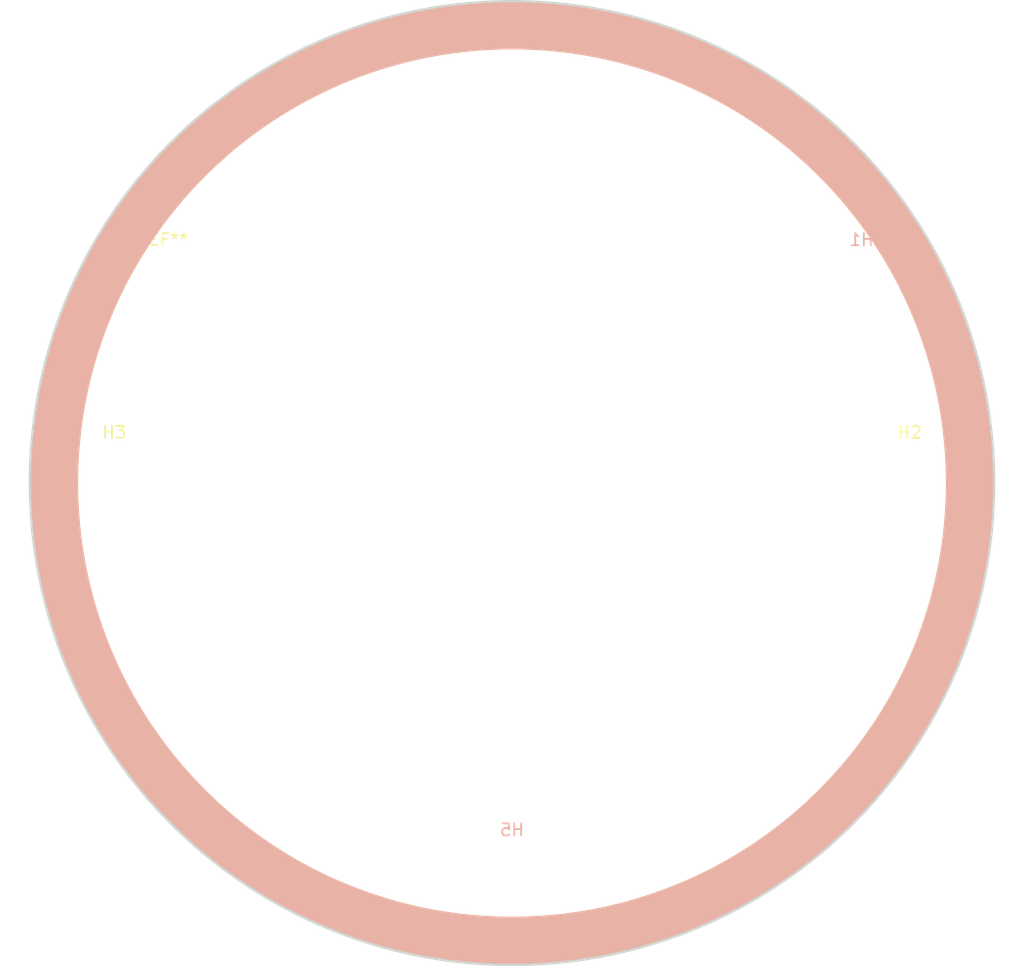
<source format=kicad_pcb>
(kicad_pcb (version 20221018) (generator pcbnew)
  (layers (0 "F.Cu" signal) (31 "B.Cu" signal) (34 "B.Paste" user) (35 "F.Paste" user) (36 "B.SilkS" user "B.Silkscreen") (37 "F.SilkS" user "F.Silkscreen") (38 "B.Mask" user) (39 "F.Mask" user) (44 "Edge.Cuts" user))
  (net 0 "")
  (footprint "MountingHole:MountingHole_3.2mm_M3" (layer "F.Cu") (at 67 100)
    (fp_text reference "H3" (at 0 -4.2) (layer "F.SilkS"))
    (fp_text value "MountingHole_3.2mm_M3")
    (pad "" np_thru_hole circle (at 0 0) (size 3.2 3.2) (drill 3.2) (layers "*.Cu" "*.Mask"))
  )
  (footprint "MountingHole:MountingHole_3.2mm_M3" (layer "F.Cu") (at 133 100)
    (fp_text reference "H2" (at 0 -4.2) (layer "F.SilkS"))
    (fp_text value "MountingHole_3.2mm_M3")
    (pad "" np_thru_hole circle (at 0 0) (size 3.2 3.2) (drill 3.2) (layers "*.Cu" "*.Mask"))
  )
  (footprint "MountingHole:MountingHole_3.2mm_M3" (layer "F.Cu") (at 71 84)
    (fp_text reference "REF**" (at 0 -4.2) (layer "F.SilkS"))
    (fp_text value "MountingHole_3.2mm_M3")
    (pad "" np_thru_hole circle (at 0 0) (size 3.2 3.2) (drill 3.2) (layers "*.Cu" "*.Mask"))
  )
  (footprint "MountingHole:MountingHole_3.2mm_M3" (layer "B.Cu") (at 129 84 180)
    (fp_text reference "H1" (at 0 4.2) (layer "B.SilkS") (effects (justify mirror)))
    (fp_text value "MountingHole_3.2mm_M3")
    (pad "" np_thru_hole circle (at 0 0 180) (size 3.2 3.2) (drill 3.2) (layers "*.Cu" "*.Mask"))
  )
  (footprint "MountingHole:MountingHole_3.2mm_M3" (layer "B.Cu") (at 100 133 180)
    (fp_text reference "H5" (at 0 4.2) (layer "B.SilkS") (effects (justify mirror)))
    (fp_text value "MountingHole_3.2mm_M3")
    (pad "" np_thru_hole circle (at 0 0 180) (size 3.2 3.2) (drill 3.2) (layers "*.Cu" "*.Mask"))
  )
  (gr_circle (center 100 100) (end 138 100) (stroke (width 4)) (fill none) (layer "B.SilkS"))
  (gr_circle (center 100 100) (end 138 100) (stroke (width 4)) (fill none) (layer "F.SilkS"))
  (gr_circle (center 100 100) (end 140 100) (stroke (width 0.2)) (fill none) (layer "Edge.Cuts"))
)
</source>
